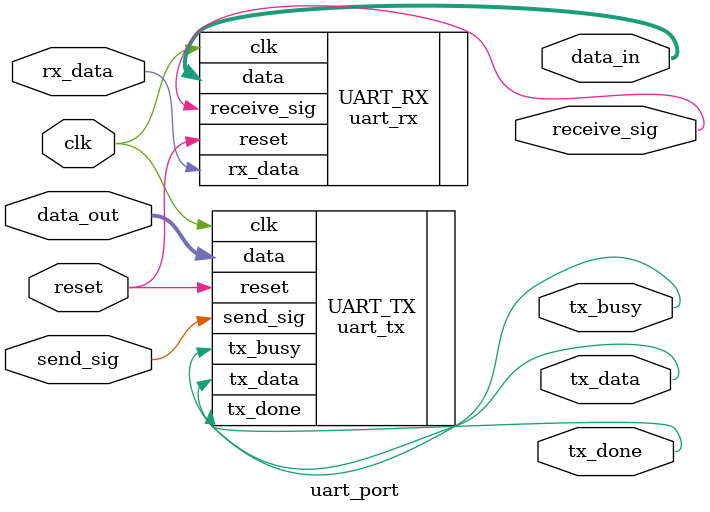
<source format=v>
/* 
 file name : uart_port.v

 Description:
	This file contains the uart port 
	It encapsulated the uart_rx and uart_tx.
	Sets the control signals of the bus
	
 Maintainers : Sanjula Thiranjaya <sthiranjaya@gmail.com>
					Sachini Wickramasinghe <sswickramasinghe@gmail.com>
					Kavish Ranawella <kavishranawella@gmail.com>
					
 Revision : v1.0 
*/

module uart_port #(parameter DATA_LEN=8, parameter CLKS_PER_BIT=2604)(
	input clk,
	input reset,
	
   input rx_data,
   output tx_data,
	
	
   input send_sig,
   input [DATA_LEN-1:0] data_out, 
   output tx_busy,
   output tx_done,
   output receive_sig,
   output [DATA_LEN-1:0] data_in);



uart_tx #(.DATA_LEN(DATA_LEN), .CLKS_PER_BIT(CLKS_PER_BIT)) UART_TX(
   .clk(clk),
	.reset(reset),
   .send_sig(send_sig),
   .data(data_out), 
   .tx_busy(tx_busy),
   .tx_data(tx_data),
   .tx_done(tx_done));
	
uart_rx #(.DATA_LEN(DATA_LEN), .CLKS_PER_BIT(CLKS_PER_BIT)) UART_RX(
   .clk(clk),
	.reset(reset),
   .rx_data(rx_data),
   .receive_sig(receive_sig),
   .data(data_in));
	
endmodule
</source>
